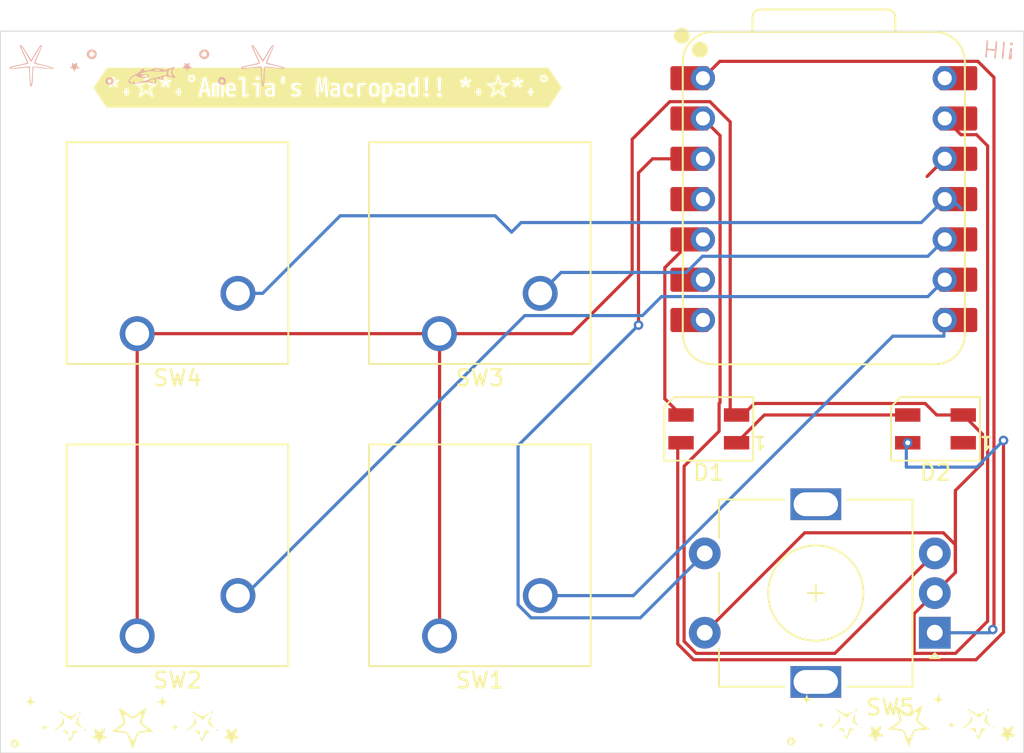
<source format=kicad_pcb>
(kicad_pcb (version 20241229) (generator "pcbnew") (generator_version "9.0")
  (layers (0 "F.Cu" signal) (2 "B.Cu" signal) (13 "F.Paste" user) (15 "B.Paste" user) (5 "F.SilkS" user "F.Silkscreen") (7 "B.SilkS" user "B.Silkscreen") (1 "F.Mask" user) (3 "B.Mask" user) (25 "Edge.Cuts" user))
  (net 0 "")
  (net 1 "+5V")
  (net 2 "Net-(D1-DOUT)")
  (net 3 "GND")
  (net 4 "Net-(D1-DIN)")
  (net 6 "Net-(U1-GPIO1{slash}RX)")
  (net 7 "Net-(U1-GPIO2{slash}SCK)")
  (net 8 "Net-(U1-GPIO4{slash}MISO)")
  (net 9 "Net-(U1-GPIO3{slash}MOSI)")
  (net 10 "Net-(U1-GPIO26{slash}ADC0{slash}A0)")
  (net 12 "Net-(U1-GPIO28{slash}ADC2{slash}A2)")
  (net 13 "5V")
  (net 16 "Net-(U1-GPIO27{slash}ADC1{slash}A1)")
  (net 17 "unconnected-(U1-3V3-Pad12)")
  (footprint "LOGO" (layer "F.Cu") (at 188.806519 109.90525 180)
    (property "Reference" "G***" (hide yes))
    (property "Value" "LOGO" (hide yes))
  )
  (footprint "Button_Switch_Keyboard:SW_Cherry_MX_1.00u_PCB" (layer "F.Cu") (at 160.0725 85.18875 180)
    (property "Reference" "SW3" (at -2.54 -2.794 0) (layer "F.SilkS"))
    (property "Value" "SW_Push")
    (pad "" np_thru_hole circle (at -7.62 5.08 180) (size 1.7 1.7) (drill 1.7) (layers "*.Cu" "*.Mask"))
    (pad "" np_thru_hole circle (at -2.54 5.08 180) (size 4 4) (drill 4) (layers "*.Cu" "*.Mask"))
    (pad "" np_thru_hole circle (at 2.54 5.08 180) (size 1.7 1.7) (drill 1.7) (layers "*.Cu" "*.Mask"))
    (pad "1" thru_hole circle (at 0 0 180) (size 2.2 2.2) (drill 1.5) (layers "*.Cu" "*.Mask") (net 3 "GND"))
    (pad "2" thru_hole circle (at -6.35 2.54 180) (size 2.2 2.2) (drill 1.5) (layers "*.Cu" "*.Mask") (net 8 "Net-(U1-GPIO4{slash}MISO)"))
  )
  (footprint "Button_Switch_Keyboard:SW_Cherry_MX_1.00u_PCB" (layer "F.Cu") (at 160.08 104.23875 180)
    (property "Reference" "SW1" (at -2.54 -2.794 0) (layer "F.SilkS"))
    (property "Value" "SW_Push")
    (pad "" np_thru_hole circle (at -7.62 5.08 180) (size 1.7 1.7) (drill 1.7) (layers "*.Cu" "*.Mask"))
    (pad "" np_thru_hole circle (at -2.54 5.08 180) (size 4 4) (drill 4) (layers "*.Cu" "*.Mask"))
    (pad "" np_thru_hole circle (at 2.54 5.08 180) (size 1.7 1.7) (drill 1.7) (layers "*.Cu" "*.Mask"))
    (pad "1" thru_hole circle (at 0 0 180) (size 2.2 2.2) (drill 1.5) (layers "*.Cu" "*.Mask") (net 3 "GND"))
    (pad "2" thru_hole circle (at -6.35 2.54 180) (size 2.2 2.2) (drill 1.5) (layers "*.Cu" "*.Mask") (net 6 "Net-(U1-GPIO1{slash}RX)"))
  )
  (footprint "LED_SMD:LED_SK6812MINI_PLCC4_3.5x3.5mm_P1.75mm" (layer "F.Cu") (at 177.05 91.19 180)
    (property "Reference" "D1" (at 0 -2.75 0) (layer "F.SilkS"))
    (property "Value" "SK6812MINI")
    (fp_text user "1" (at -3.2 -0.875 180) (layer "F.SilkS") (effects (font (size 0.8 0.8))))
    (pad "1" smd rect (at -1.75 -0.875 180) (size 1.6 0.85) (layers "F.Cu" "F.Mask" "F.Paste") (net 2 "Net-(D1-DOUT)"))
    (pad "2" smd rect (at -1.75 0.875 180) (size 1.6 0.85) (layers "F.Cu" "F.Mask" "F.Paste") (net 3 "GND"))
    (pad "3" smd rect (at 1.75 0.875 180) (size 1.6 0.85) (layers "F.Cu" "F.Mask" "F.Paste") (net 4 "Net-(D1-DIN)"))
    (pad "4" smd rect (at 1.75 -0.875 180) (size 1.6 0.85) (layers "F.Cu" "F.Mask" "F.Paste") (net 13 "5V"))
  )
  (footprint "Button_Switch_Keyboard:SW_Cherry_MX_1.00u_PCB" (layer "F.Cu") (at 141.0225 104.23875 180)
    (property "Reference" "SW2" (at -2.54 -2.794 0) (layer "F.SilkS"))
    (property "Value" "SW_Push")
    (pad "" np_thru_hole circle (at -7.62 5.08 180) (size 1.7 1.7) (drill 1.7) (layers "*.Cu" "*.Mask"))
    (pad "" np_thru_hole circle (at -2.54 5.08 180) (size 4 4) (drill 4) (layers "*.Cu" "*.Mask"))
    (pad "" np_thru_hole circle (at 2.54 5.08 180) (size 1.7 1.7) (drill 1.7) (layers "*.Cu" "*.Mask"))
    (pad "1" thru_hole circle (at 0 0 180) (size 2.2 2.2) (drill 1.5) (layers "*.Cu" "*.Mask") (net 3 "GND"))
    (pad "2" thru_hole circle (at -6.35 2.54 180) (size 2.2 2.2) (drill 1.5) (layers "*.Cu" "*.Mask") (net 7 "Net-(U1-GPIO2{slash}SCK)"))
  )
  (footprint "Rotary_Encoder:RotaryEncoder_Alps_EC11E-Switch_Vertical_H20mm" (layer "F.Cu") (at 191.29375 104.04 180)
    (property "Reference" "SW5" (at 2.8 -4.7 0) (layer "F.SilkS"))
    (property "Value" "RotaryEncoder_Switch")
    (pad "A" thru_hole rect (at 0 0 180) (size 2 2) (drill 1) (layers "*.Cu" "*.Mask") (net 10 "Net-(U1-GPIO26{slash}ADC0{slash}A0)"))
    (pad "B" thru_hole circle (at 0 5 180) (size 2 2) (drill 1) (layers "*.Cu" "*.Mask") (net 16 "Net-(U1-GPIO27{slash}ADC1{slash}A1)"))
    (pad "C" thru_hole circle (at 0 2.5 180) (size 2 2) (drill 1) (layers "*.Cu" "*.Mask") (net 3 "GND"))
    (pad "MP" thru_hole rect (at 7.5 -3.1 180) (size 3.2 2) (drill oval 2.8 1.5) (layers "*.Cu" "*.Mask"))
    (pad "MP" thru_hole rect (at 7.5 8.1 180) (size 3.2 2) (drill oval 2.8 1.5) (layers "*.Cu" "*.Mask"))
    (pad "S1" thru_hole circle (at 14.5 5 180) (size 2 2) (drill 1) (layers "*.Cu" "*.Mask") (net 12 "Net-(U1-GPIO28{slash}ADC2{slash}A2)"))
    (pad "S2" thru_hole circle (at 14.5 0 180) (size 2 2) (drill 1) (layers "*.Cu" "*.Mask") (net 3 "GND"))
  )
  (footprint "LED_SMD:LED_SK6812MINI_PLCC4_3.5x3.5mm_P1.75mm" (layer "F.Cu") (at 191.3375 91.19 180)
    (property "Reference" "D2" (at 0 -2.75 0) (layer "F.SilkS"))
    (property "Value" "SK6812MINI")
    (fp_text user "1" (at -3.2 -0.875 180) (layer "F.SilkS") (effects (font (size 0.8 0.8))))
    (pad "1" smd rect (at -1.75 -0.875 180) (size 1.6 0.85) (layers "F.Cu" "F.Mask" "F.Paste"))
    (pad "2" smd rect (at -1.75 0.875 180) (size 1.6 0.85) (layers "F.Cu" "F.Mask" "F.Paste") (net 3 "GND"))
    (pad "3" smd rect (at 1.75 0.875 180) (size 1.6 0.85) (layers "F.Cu" "F.Mask" "F.Paste") (net 2 "Net-(D1-DOUT)"))
    (pad "4" smd rect (at 1.75 -0.875 180) (size 1.6 0.85) (layers "F.Cu" "F.Mask" "F.Paste") (net 13 "5V"))
  )
  (footprint "LOGO" (layer "F.Cu") (at 139.886519 110.04525 180)
    (property "Reference" "G***" (hide yes))
    (property "Value" "LOGO" (hide yes))
  )
  (footprint "kibuzzard-693A5F78" (layer "F.Cu") (at 153.025 69.69)
    (property "Reference" "kibuzzard-693A5F78" (hide yes))
    (property "Value" "G***" (hide yes))
  )
  (footprint "OPL:XIAO-RP2040-DIP" (layer "F.Cu") (at 184.3 76.7085)
    (property "Reference" "U1")
    (property "Value" "XIAO-RP2040-DIP")
    (pad "1" smd roundrect (at -8.455 -7.62 180) (size 2.432 1.524) (layers "F.Cu" "F.Mask") (roundrect_rratio 0.1) (net 10 "Net-(U1-GPIO26{slash}ADC0{slash}A0)"))
    (pad "1" thru_hole circle (at -7.62 -7.62 180) (size 1.524 1.524) (drill 0.889) (layers "*.Cu" "*.Mask") (net 10 "Net-(U1-GPIO26{slash}ADC0{slash}A0)"))
    (pad "2" smd roundrect (at -8.455 -5.08 180) (size 2.432 1.524) (layers "F.Cu" "F.Mask") (roundrect_rratio 0.1) (net 16 "Net-(U1-GPIO27{slash}ADC1{slash}A1)"))
    (pad "2" thru_hole circle (at -7.62 -5.08 180) (size 1.524 1.524) (drill 0.889) (layers "*.Cu" "*.Mask") (net 16 "Net-(U1-GPIO27{slash}ADC1{slash}A1)"))
    (pad "3" smd roundrect (at -8.455 -2.54 180) (size 2.432 1.524) (layers "F.Cu" "F.Mask") (roundrect_rratio 0.1) (net 12 "Net-(U1-GPIO28{slash}ADC2{slash}A2)"))
    (pad "3" thru_hole circle (at -7.62 -2.54 180) (size 1.524 1.524) (drill 0.889) (layers "*.Cu" "*.Mask") (net 12 "Net-(U1-GPIO28{slash}ADC2{slash}A2)"))
    (pad "4" smd roundrect (at -8.455 0 180) (size 2.432 1.524) (layers "F.Cu" "F.Mask") (roundrect_rratio 0.1))
    (pad "4" thru_hole circle (at -7.62 0 180) (size 1.524 1.524) (drill 0.889) (layers "*.Cu" "*.Mask"))
    (pad "5" smd roundrect (at -8.455 2.54 180) (size 2.432 1.524) (layers "F.Cu" "F.Mask") (roundrect_rratio 0.1) (net 4 "Net-(D1-DIN)"))
    (pad "5" thru_hole circle (at -7.62 2.54 180) (size 1.524 1.524) (drill 0.889) (layers "*.Cu" "*.Mask") (net 4 "Net-(D1-DIN)"))
    (pad "6" smd roundrect (at -8.455 5.08 180) (size 2.432 1.524) (layers "F.Cu" "F.Mask") (roundrect_rratio 0.1))
    (pad "6" thru_hole circle (at -7.62 5.08 180) (size 1.524 1.524) (drill 0.889) (layers "*.Cu" "*.Mask"))
    (pad "7" smd roundrect (at -8.455 7.62 180) (size 2.432 1.524) (layers "F.Cu" "F.Mask") (roundrect_rratio 0.1))
    (pad "7" thru_hole circle (at -7.62 7.62 180) (size 1.524 1.524) (drill 0.889) (layers "*.Cu" "*.Mask"))
    (pad "8" thru_hole circle (at 7.62 7.62) (size 1.524 1.524) (drill 0.889) (layers "*.Cu" "*.Mask") (net 6 "Net-(U1-GPIO1{slash}RX)"))
    (pad "8" smd roundrect (at 8.455 7.62) (size 2.432 1.524) (layers "F.Cu" "F.Mask") (roundrect_rratio 0.1) (net 6 "Net-(U1-GPIO1{slash}RX)"))
    (pad "9" thru_hole circle (at 7.62 5.08) (size 1.524 1.524) (drill 0.889) (layers "*.Cu" "*.Mask") (net 7 "Net-(U1-GPIO2{slash}SCK)"))
    (pad "9" smd roundrect (at 8.455 5.08) (size 2.432 1.524) (layers "F.Cu" "F.Mask") (roundrect_rratio 0.1) (net 7 "Net-(U1-GPIO2{slash}SCK)"))
    (pad "10" thru_hole circle (at 7.62 2.54) (size 1.524 1.524) (drill 0.889) (layers "*.Cu" "*.Mask") (net 8 "Net-(U1-GPIO4{slash}MISO)"))
    (pad "10" smd roundrect (at 8.455 2.54) (size 2.432 1.524) (layers "F.Cu" "F.Mask") (roundrect_rratio 0.1) (net 8 "Net-(U1-GPIO4{slash}MISO)"))
    (pad "11" thru_hole circle (at 7.62 0) (size 1.524 1.524) (drill 0.889) (layers "*.Cu" "*.Mask") (net 9 "Net-(U1-GPIO3{slash}MOSI)"))
    (pad "11" smd roundrect (at 8.455 0) (size 2.432 1.524) (layers "F.Cu" "F.Mask") (roundrect_rratio 0.1) (net 9 "Net-(U1-GPIO3{slash}MOSI)"))
    (pad "12" thru_hole circle (at 7.62 -2.54) (size 1.524 1.524) (drill 0.889) (layers "*.Cu" "*.Mask") (net 17 "unconnected-(U1-3V3-Pad12)"))
    (pad "12" smd roundrect (at 8.455 -2.54) (size 2.432 1.524) (layers "F.Cu" "F.Mask") (roundrect_rratio 0.1) (net 17 "unconnected-(U1-3V3-Pad12)"))
    (pad "13" thru_hole circle (at 7.62 -5.08) (size 1.524 1.524) (drill 0.889) (layers "*.Cu" "*.Mask") (net 3 "GND"))
    (pad "13" smd roundrect (at 8.455 -5.08) (size 2.432 1.524) (layers "F.Cu" "F.Mask") (roundrect_rratio 0.1) (net 3 "GND"))
    (pad "14" thru_hole circle (at 7.62 -7.62) (size 1.524 1.524) (drill 0.889) (layers "*.Cu" "*.Mask") (net 1 "+5V"))
    (pad "14" smd roundrect (at 8.455 -7.62) (size 2.432 1.524) (layers "F.Cu" "F.Mask") (roundrect_rratio 0.1) (net 1 "+5V"))
  )
  (footprint "Button_Switch_Keyboard:SW_Cherry_MX_1.00u_PCB" (layer "F.Cu") (at 141.0225 85.18875 180)
    (property "Reference" "SW4" (at -2.54 -2.794 0) (layer "F.SilkS"))
    (property "Value" "SW_Push")
    (pad "" np_thru_hole circle (at -7.62 5.08 180) (size 1.7 1.7) (drill 1.7) (layers "*.Cu" "*.Mask"))
    (pad "" np_thru_hole circle (at -2.54 5.08 180) (size 4 4) (drill 4) (layers "*.Cu" "*.Mask"))
    (pad "" np_thru_hole circle (at 2.54 5.08 180) (size 1.7 1.7) (drill 1.7) (layers "*.Cu" "*.Mask"))
    (pad "1" thru_hole circle (at 0 0 180) (size 2.2 2.2) (drill 1.5) (layers "*.Cu" "*.Mask") (net 3 "GND"))
    (pad "2" thru_hole circle (at -6.35 2.54 180) (size 2.2 2.2) (drill 1.5) (layers "*.Cu" "*.Mask") (net 9 "Net-(U1-GPIO3{slash}MOSI)"))
  )
  (footprint "LOGO" (layer "B.Cu") (at 141.654429 68.782568)
    (property "Reference" "G***" (hide yes))
    (property "Value" "LOGO" (hide yes))
  )
  (gr_rect (start 132.4 66.12) (end 196.9 111.62) (stroke (width 0.05)) (fill no) (layer "Edge.Cuts"))
  (gr_text "HI!" (at 194.32 66.59 175) (layer "B.SilkS") (effects (font (size 1 1) (thickness 0.1)) (justify left bottom mirror)))
  (segment (start 180.55 90.315) (end 178.8 92.065) (width 0.2) (layer "F.Cu") (net 2))
  (segment (start 189.5875 90.315) (end 180.55 90.315) (width 0.2) (layer "F.Cu") (net 2))
  (segment (start 192.59475 100.239) (end 191.29375 101.54) (width 0.2) (layer "F.Cu") (net 3))
  (segment (start 160.0725 85.18875) (end 160.0725 85.3625) (width 0.2) (layer "F.Cu") (net 3))
  (segment (start 179.927 89.589) (end 179.201 90.315) (width 0.2) (layer "F.Cu") (net 3))
  (segment (start 190.6885 89.589) (end 191.4145 90.315) (width 0.2) (layer "F.Cu") (net 3))
  (segment (start 172.219 81.3935) (end 172.219 72.935874) (width 0.2) (layer "F.Cu") (net 3))
  (segment (start 160.0725 85.18875) (end 168.42375 85.18875) (width 0.2) (layer "F.Cu") (net 3))
  (segment (start 189.99275 105.341) (end 192.59475 105.341) (width 0.2) (layer "F.Cu") (net 3))
  (segment (start 192.59475 98.501108) (end 192.59475 100.239) (width 0.2) (layer "F.Cu") (net 3))
  (segment (start 141.0225 85.18875) (end 160.0725 85.18875) (width 0.2) (layer "F.Cu") (net 3))
  (segment (start 192.59475 95.07225) (end 194.3 93.367) (width 0.2) (layer "F.Cu") (net 3))
  (segment (start 189.99275 102.841) (end 189.99275 105.341) (width 0.2) (layer "F.Cu") (net 3))
  (segment (start 191.29375 101.54) (end 189.99275 102.841) (width 0.2) (layer "F.Cu") (net 3))
  (segment (start 176.79375 104.04) (end 183.09475 97.739) (width 0.2) (layer "F.Cu") (net 3))
  (segment (start 192.939 72.6475) (end 191.92 71.6285) (width 0.2) (layer "F.Cu") (net 3))
  (segment (start 174.589374 70.5655) (end 177.12031 70.5655) (width 0.2) (layer "F.Cu") (net 3))
  (segment (start 193.921 72.6475) (end 192.939 72.6475) (width 0.2) (layer "F.Cu") (net 3))
  (segment (start 192.59475 105.341) (end 194.623 103.31275) (width 0.2) (layer "F.Cu") (net 3))
  (segment (start 172.219 72.935874) (end 174.589374 70.5655) (width 0.2) (layer "F.Cu") (net 3))
  (segment (start 191.832642 97.739) (end 192.59475 98.501108) (width 0.2) (layer "F.Cu") (net 3))
  (segment (start 160.0725 85.3625) (end 160.08 85.37) (width 0.2) (layer "F.Cu") (net 3))
  (segment (start 168.42375 85.18875) (end 172.219 81.3935) (width 0.2) (layer "F.Cu") (net 3))
  (segment (start 177.12031 70.5655) (end 178.399 71.84419) (width 0.2) (layer "F.Cu") (net 3))
  (segment (start 194.3 91.5275) (end 193.0875 90.315) (width 0.2) (layer "F.Cu") (net 3))
  (segment (start 192.59475 95.07225) (end 192.59475 100.239) (width 0.2) (layer "F.Cu") (net 3))
  (segment (start 141.0225 104.23875) (end 141.0225 85.18875) (width 0.2) (layer "F.Cu") (net 3))
  (segment (start 194.623 103.31275) (end 194.623 73.3495) (width 0.2) (layer "F.Cu") (net 3))
  (segment (start 191.4145 90.315) (end 193.0875 90.315) (width 0.2) (layer "F.Cu") (net 3))
  (segment (start 190.6885 89.589) (end 179.927 89.589) (width 0.2) (layer "F.Cu") (net 3))
  (segment (start 183.09475 97.739) (end 191.832642 97.739) (width 0.2) (layer "F.Cu") (net 3))
  (segment (start 160.08 85.37) (end 160.08 104.23875) (width 0.2) (layer "F.Cu") (net 3))
  (segment (start 178.399 71.84419) (end 178.399 90.315) (width 0.2) (layer "F.Cu") (net 3))
  (segment (start 192.59475 95.07225) (end 192.59475 99.578892) (width 0.2) (layer "F.Cu") (net 3))
  (segment (start 194.623 73.3495) (end 193.921 72.6475) (width 0.2) (layer "F.Cu") (net 3))
  (segment (start 194.3 93.367) (end 194.3 91.5275) (width 0.2) (layer "F.Cu") (net 3))
  (segment (start 175.3 90.315) (end 174.278 89.293) (width 0.2) (layer "F.Cu") (net 4))
  (segment (start 174.278 89.293) (end 174.278 81.032) (width 0.2) (layer "F.Cu") (net 4))
  (segment (start 176.0615 79.2485) (end 176.68 79.2485) (width 0.2) (layer "F.Cu") (net 4))
  (segment (start 174.278 81.032) (end 176.0615 79.2485) (width 0.2) (layer "F.Cu") (net 4))
  (segment (start 191.87 85.3475) (end 191.87 84.3785) (width 0.2) (layer "B.Cu") (net 6))
  (segment (start 191.42969 83.8705) (end 192.31031 83.8705) (width 0.2) (layer "B.Cu") (net 6))
  (segment (start 166.43 101.69875) (end 172.295108 101.69875) (width 0.2) (layer "B.Cu") (net 6))
  (segment (start 191.87 84.3785) (end 191.92 84.3285) (width 0.2) (layer "B.Cu") (net 6))
  (segment (start 188.646358 85.3475) (end 191.87 85.3475) (width 0.2) (layer "B.Cu") (net 6))
  (segment (start 172.295108 101.69875) (end 188.646358 85.3475) (width 0.2) (layer "B.Cu") (net 6))
  (segment (start 190.857 82.8515) (end 191.92 81.7885) (width 0.2) (layer "B.Cu") (net 7))
  (segment (start 191.87 81.8385) (end 191.92 81.7885) (width 0.2) (layer "B.Cu") (net 7))
  (segment (start 165.44997 84.04975) (end 147.80097 101.69875) (width 0.2) (layer "B.Cu") (net 7))
  (segment (start 165.44997 84.04975) (end 172.869943 84.04975) (width 0.2) (layer "B.Cu") (net 7))
  (segment (start 147.80097 101.69875) (end 147.3725 101.69875) (width 0.2) (layer "B.Cu") (net 7))
  (segment (start 174.068193 82.8515) (end 190.857 82.8515) (width 0.2) (layer "B.Cu") (net 7))
  (segment (start 172.869943 84.04975) (end 174.068193 82.8515) (width 0.2) (layer "B.Cu") (net 7))
  (segment (start 176.65369 80.3115) (end 190.857 80.3115) (width 0.2) (layer "B.Cu") (net 8))
  (segment (start 166.4225 82.64875) (end 167.74075 81.3305) (width 0.2) (layer "B.Cu") (net 8))
  (segment (start 167.74075 81.3305) (end 175.63469 81.3305) (width 0.2) (layer "B.Cu") (net 8))
  (segment (start 190.857 80.3115) (end 191.92 79.2485) (width 0.2) (layer "B.Cu") (net 8))
  (segment (start 191.87 79.2985) (end 191.92 79.2485) (width 0.2) (layer "B.Cu") (net 8))
  (segment (start 175.63469 81.3305) (end 176.65369 80.3115) (width 0.2) (layer "B.Cu") (net 8))
  (segment (start 191.87 76.7585) (end 191.92 76.7085) (width 0.2) (layer "B.Cu") (net 9))
  (segment (start 163.586316 77.75775) (end 153.819134 77.75775) (width 0.2) (layer "B.Cu") (net 9))
  (segment (start 164.619066 78.7905) (end 165.224066 78.1855) (width 0.2) (layer "B.Cu") (net 9))
  (segment (start 164.619066 78.7905) (end 163.586316 77.75775) (width 0.2) (layer "B.Cu") (net 9))
  (segment (start 190.443 78.1855) (end 191.92 76.7085) (width 0.2) (layer "B.Cu") (net 9))
  (segment (start 153.819134 77.75775) (end 148.928134 82.64875) (width 0.2) (layer "B.Cu") (net 9))
  (segment (start 165.224066 78.1855) (end 190.443 78.1855) (width 0.2) (layer "B.Cu") (net 9))
  (segment (start 148.928134 82.64875) (end 147.3725 82.64875) (width 0.2) (layer "B.Cu") (net 9))
  (segment (start 192.933 77.28719) (end 192.31031 76.6645) (width 0.2) (layer "B.Cu") (net 9))
  (segment (start 195.024 69.038874) (end 195.024 103.76028) (width 0.2) (layer "F.Cu") (net 10))
  (segment (start 176.68 69.0885) (end 177.743 68.0255) (width 0.2) (layer "F.Cu") (net 10))
  (segment (start 195.024 103.76028) (end 194.94714 103.83714) (width 0.2) (layer "F.Cu") (net 10))
  (segment (start 177.743 68.0255) (end 194.010626 68.0255) (width 0.2) (layer "F.Cu") (net 10))
  (segment (start 194.010626 68.0255) (end 195.024 69.038874) (width 0.2) (layer "F.Cu") (net 10))
  (via (at 194.94714 103.83714) (size 0.6) (drill 0.3) (layers "F.Cu" "B.Cu") (net 10))
  (segment (start 194.74428 104.04) (end 191.29375 104.04) (width 0.2) (layer "B.Cu") (net 10))
  (segment (start 194.94714 103.83714) (end 194.74428 104.04) (width 0.2) (layer "B.Cu") (net 10))
  (segment (start 173.5015 74.1685) (end 176.68 74.1685) (width 0.2) (layer "F.Cu") (net 12))
  (segment (start 172.62 75.05) (end 173.5015 74.1685) (width 0.2) (layer "F.Cu") (net 12))
  (segment (start 172.62 84.64975) (end 172.62 75.05) (width 0.2) (layer "F.Cu") (net 12))
  (via (at 172.62 84.64975) (size 0.6) (drill 0.3) (layers "F.Cu" "B.Cu") (net 12))
  (segment (start 165.029 102.279064) (end 165.029 98.45181) (width 0.2) (layer "B.Cu") (net 12))
  (segment (start 165.849686 103.09975) (end 165.029 102.279064) (width 0.2) (layer "B.Cu") (net 12))
  (segment (start 165.029 98.45181) (end 165.029 92.24075) (width 0.2) (layer "B.Cu") (net 12))
  (segment (start 172.734 103.09975) (end 165.849686 103.09975) (width 0.2) (layer "B.Cu") (net 12))
  (segment (start 176.79375 99.04) (end 172.734 103.09975) (width 0.2) (layer "B.Cu") (net 12))
  (segment (start 165.029 92.24075) (end 172.62 84.64975) (width 0.2) (layer "B.Cu") (net 12))
  (segment (start 175.3 92.065) (end 175.09175 92.27325) (width 0.2) (layer "F.Cu") (net 13))
  (segment (start 176.088758 105.742) (end 193.892223 105.742) (width 0.2) (layer "F.Cu") (net 13))
  (segment (start 195.624 104.010223) (end 195.624 91.92) (width 0.2) (layer "F.Cu") (net 13))
  (segment (start 193.892223 105.742) (end 195.624 104.010223) (width 0.2) (layer "F.Cu") (net 13))
  (segment (start 175.09175 104.744992) (end 176.088758 105.742) (width 0.2) (layer "F.Cu") (net 13))
  (segment (start 175.09175 92.27325) (end 175.09175 104.744992) (width 0.2) (layer "F.Cu") (net 13))
  (via (at 189.5875 92.065) (size 0.6) (drill 0.3) (layers "F.Cu" "B.Cu") (net 13))
  (via (at 195.624 91.92) (size 0.6) (drill 0.3) (layers "F.Cu" "B.Cu") (net 13))
  (segment (start 189.5 93.6) (end 189.5 92.1525) (width 0.2) (layer "B.Cu") (net 13))
  (segment (start 195.624 91.92) (end 193.944 93.6) (width 0.2) (layer "B.Cu") (net 13))
  (segment (start 189.5 92.1525) (end 189.5875 92.065) (width 0.2) (layer "B.Cu") (net 13))
  (segment (start 193.944 93.6) (end 189.5 93.6) (width 0.2) (layer "B.Cu") (net 13))
  (segment (start 176.68 71.6285) (end 177.76 72.7085) (width 0.2) (layer "F.Cu") (net 16))
  (segment (start 177.699 89.589) (end 177.699 91.339) (width 0.2) (layer "F.Cu") (net 16))
  (segment (start 184.99275 105.341) (end 191.29375 99.04) (width 0.2) (layer "F.Cu") (net 16))
  (segment (start 177.76 89.528) (end 177.699 89.589) (width 0.2) (layer "F.Cu") (net 16))
  (segment (start 176.254858 105.341) (end 184.99275 105.341) (width 0.2) (layer "F.Cu") (net 16))
  (segment (start 177.699 91.339) (end 175.49275 93.54525) (width 0.2) (layer "F.Cu") (net 16))
  (segment (start 177.76 72.7085) (end 177.76 89.528) (width 0.2) (layer "F.Cu") (net 16))
  (segment (start 175.49275 104.578892) (end 176.254858 105.341) (width 0.2) (layer "F.Cu") (net 16))
  (segment (start 175.49275 93.54525) (end 175.49275 104.578892) (width 0.2) (layer "F.Cu") (net 16))
  (segment (start 190.807 75.2815) (end 191.92 74.1685) (width 0.2) (layer "F.Cu") (net 17))
)
</source>
